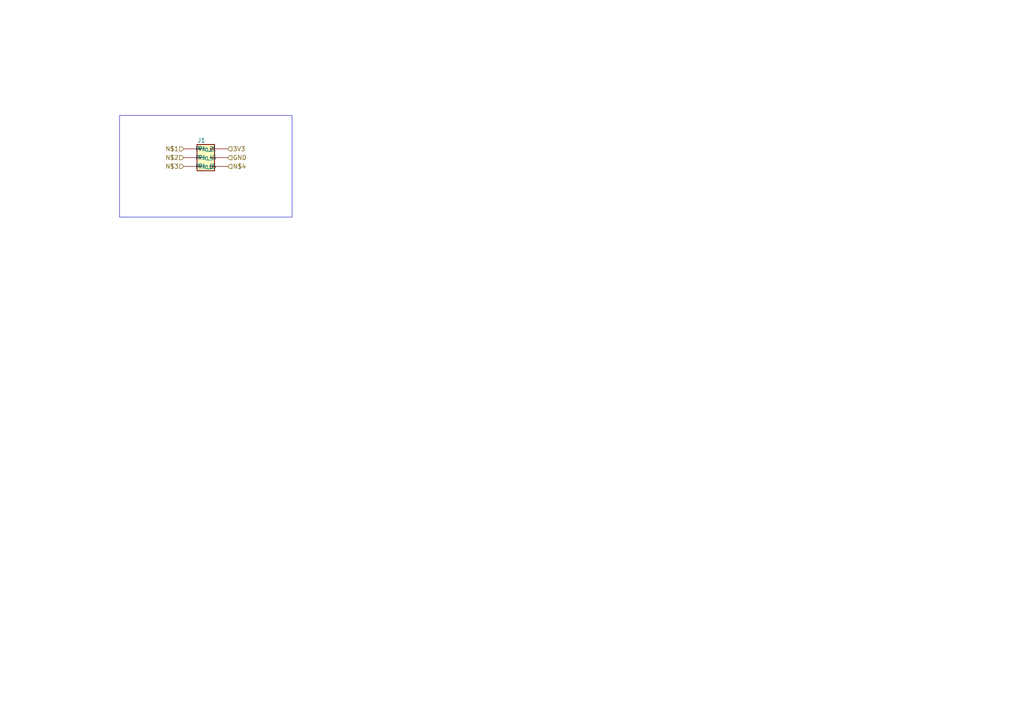
<source format=kicad_sch>
(kicad_sch (version 20250114) (generator "kicad_api") (generator_version 9.0)
  (paper A4)
  (paper A4)
  (lib_symbols
    (symbol "Connector_Generic:Conn_02x03_Odd_Even" (pin_numbers hide) (pin_names (offset 0.254))
      (property "Reference" "J" (at 0.0 0.0 0))
      (property "Value" "Conn_02x03_Odd_Even" (at 0.0 0.0 0))
      (symbol "Conn_02x03_Odd_Even_0_1"
        (rectangle (start -1.27 3.81) (end 3.81 -3.81) (stroke (width 0.254)) (fill (type background)))
        (rectangle (start -1.27 2.667) (end 0.0 2.413) (stroke (width 0.1524)))
        (rectangle (start -1.27 0.127) (end 0.0 -0.127) (stroke (width 0.1524)))
        (rectangle (start -1.27 -2.413) (end 0.0 -2.667) (stroke (width 0.1524)))
        (rectangle (start 3.81 2.667) (end 2.54 2.413) (stroke (width 0.1524)))
        (rectangle (start 3.81 0.127) (end 2.54 -0.127) (stroke (width 0.1524)))
        (rectangle (start 3.81 -2.413) (end 2.54 -2.667) (stroke (width 0.1524)))
      )
      (symbol "Conn_02x03_Odd_Even_1_1"
        (pin passive line (at -5.08 2.54 0) (length 3.81) (name Pin_1) (number "1"))
        (pin passive line (at -5.08 0.0 0) (length 3.81) (name Pin_3) (number "3"))
        (pin passive line (at -5.08 -2.54 0) (length 3.81) (name Pin_5) (number "5"))
        (pin passive line (at 7.62 2.54 180) (length 3.81) (name Pin_2) (number "2"))
        (pin passive line (at 7.62 0.0 180) (length 3.81) (name Pin_4) (number "4"))
        (pin passive line (at 7.62 -2.54 180) (length 3.81) (name Pin_6) (number "6"))
      )
    )
  )
  (title_block (title Debug_Header) (date 2025-07-25) (company Circuit-Synth))
  (symbol (lib_id Connector_Generic:Conn_02x03_Odd_Even) (at 58.42 45.72 0)
    (property "Reference" "J1" (at 58.42 40.72 0))
    (property "Footprint" "Connector_IDC:IDC-Header_2x03_P2.54mm_Vertical" (effects (hide yes)))
    (instances (project "circuit" (path "" (reference J1) (unit 1))) (project "example_kicad_project" (path "" (reference J1) (unit 1))))
  )
  (hierarchical_label N$1 (shape input) (at 53.34 43.18 180))
  (hierarchical_label N$2 (shape input) (at 53.34 45.72 180))
  (hierarchical_label N$3 (shape input) (at 53.34 48.26 180))
  (hierarchical_label 3V3 (shape input) (at 66.04 43.18 0))
  (hierarchical_label GND (shape input) (at 66.04 45.72 0))
  (hierarchical_label N$4 (shape input) (at 66.04 48.26 0))
  (rectangle (start 34.671 33.480999999999995) (end 84.709 62.958999999999996) (stroke (width 0.127)))
)
</source>
